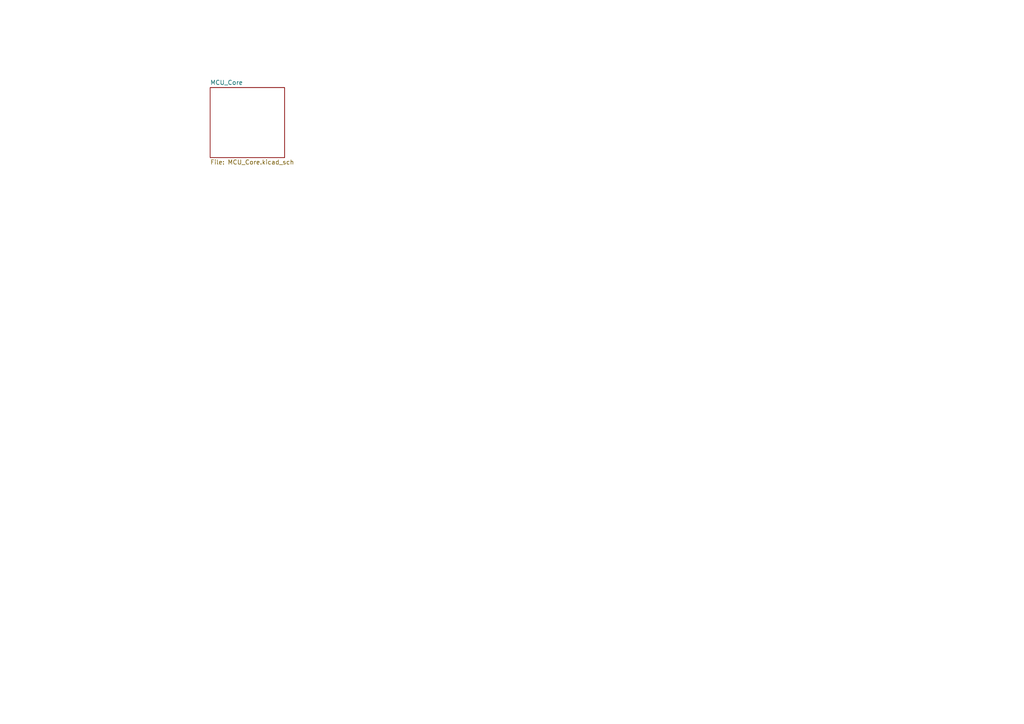
<source format=kicad_sch>
(kicad_sch (version 20211123) (generator eeschema)
  (paper "A4")
  (lib_symbols)
  (sheet (at 60.96 25.4) (size 21.59 20.32) (stroke (width 0.1524))
    (property "Sheet name" "MCU_Core" (at 60.96 24.6884 0) (effects (justify left bottom)))
    (property "Sheet file" "MCU_Core.kicad_sch" (at 60.96 46.3046 0) (effects (justify left top)))
  )
)
</source>
